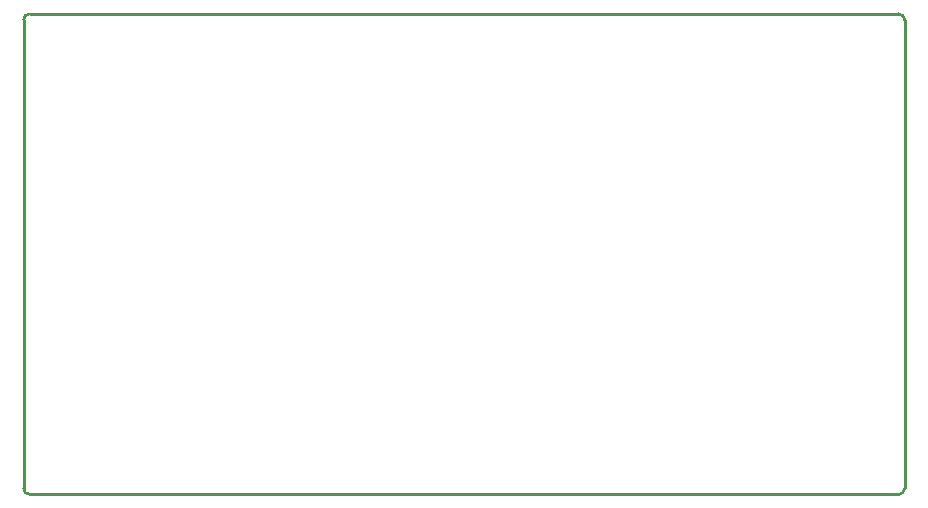
<source format=gko>
G04 Layer: BoardOutline*
G04 EasyEDA v6.4.20.6, 2021-07-29T22:43:28+02:00*
G04 24e0db9a2a824a908a71db8b70acd879,4245c91a3b6e4cf7aa995480f5c7e4a3,10*
G04 Gerber Generator version 0.2*
G04 Scale: 100 percent, Rotated: No, Reflected: No *
G04 Dimensions in millimeters *
G04 leading zeros omitted , absolute positions ,4 integer and 5 decimal *
%FSLAX45Y45*%
%MOMM*%

%ADD10C,0.2540*%
D10*
X-603498Y10380499D02*
G01*
X-603498Y14349300D01*
X6805201Y10330500D02*
G01*
X-553499Y10330500D01*
X6855200Y14349300D02*
G01*
X6855200Y10380499D01*
X-553499Y14399300D02*
G01*
X6805201Y14399300D01*
G75*
G01*
X6805201Y14399301D02*
G02*
X6855201Y14349301I0J-50000D01*
G75*
G01*
X6855201Y10380500D02*
G02*
X6805201Y10330500I-50000J0D01*
G75*
G01*
X-553499Y10330500D02*
G02*
X-603499Y10380500I0J50000D01*
G75*
G01*
X-603499Y14349301D02*
G02*
X-553499Y14399301I50000J0D01*

%LPD*%
M02*

</source>
